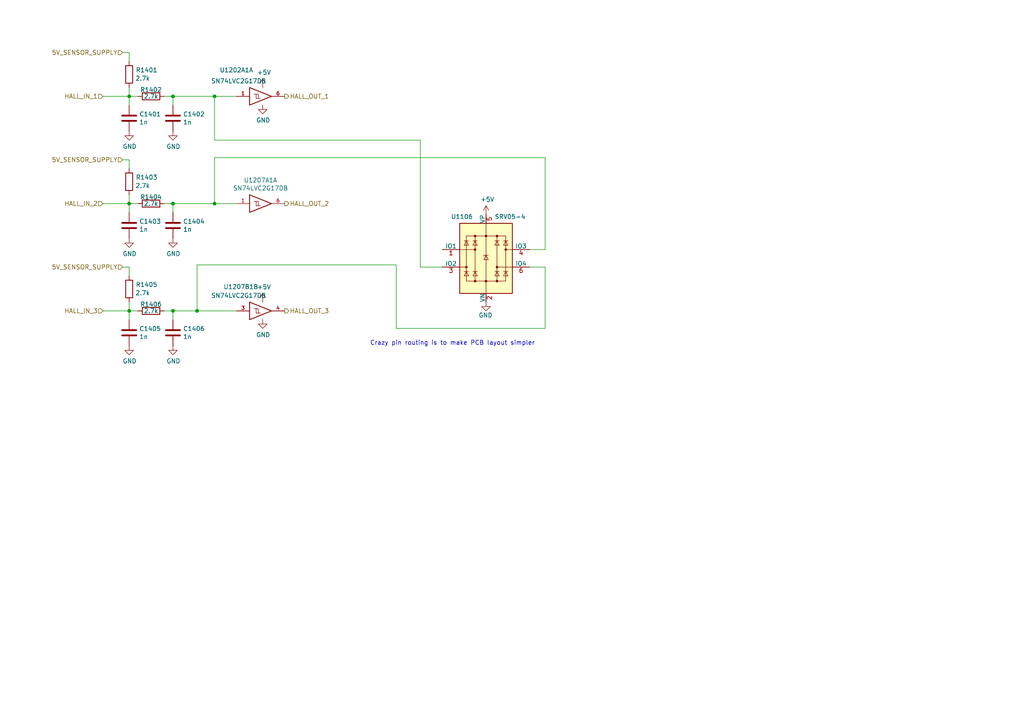
<source format=kicad_sch>
(kicad_sch (version 20250114) (generator "eeschema") (generator_version "9.0")
  (paper "A4")
  (title_block (title "rusEfi Proteus") (date "2022-04-09") (rev "v0.7") (company "rusEFI") (comment 1 "github.com/mck1117/proteus") (comment 2 "rusefi.com/s/proteus"))
  (lib_symbols
    (symbol "Device:C" (pin_numbers (hide yes)) (pin_names (offset 0.254))
      (property "Reference" "C" (at 0.635 2.54 0))
      (property "Value" "C" (at 0.635 -2.54 0))
      (symbol "C_0_1"
        (polyline (pts (xy -2.032 0.762) (xy 2.032 0.762)) (stroke (width 0.508)))
        (polyline (pts (xy -2.032 -0.762) (xy 2.032 -0.762)) (stroke (width 0.508)))
      )
      (symbol "C_1_1"
        (pin passive line (at 0 3.81 270) (length 2.794) (name "~") (number "1"))
        (pin passive line (at 0 -3.81 90) (length 2.794) (name "~") (number "2"))
      )
    )
    (symbol "Device:R" (pin_numbers (hide yes)) (pin_names (offset 0))
      (property "Reference" "R" (at 2.032 0 90))
      (property "Value" "R" (at 0 0 90))
      (symbol "R_0_1"
        (rectangle (start -1.016 -2.54) (end 1.016 2.54) (stroke (width 0.254)))
      )
      (symbol "R_1_1"
        (pin passive line (at 0 3.81 270) (length 1.27) (name "~") (number "1"))
        (pin passive line (at 0 -3.81 90) (length 1.27) (name "~") (number "2"))
      )
    )
    (symbol "Power_Protection:SRV05-4" (pin_names (offset 0))
      (property "Reference" "U" (at -5.08 11.43 0))
      (property "Value" "SRV05-4" (at 2.54 11.43 0))
      (symbol "SRV05-4_0_0"
        (rectangle (start -5.715 6.477) (end 5.715 -6.604))
        (polyline (pts (xy -3.175 -6.604) (xy -3.175 6.477)))
        (polyline (pts (xy 3.175 6.477) (xy 3.175 -6.604)))
      )
      (symbol "SRV05-4_0_1"
        (polyline (pts (xy -7.747 2.54) (xy -3.175 2.54)))
        (rectangle (start -7.62 10.16) (end 7.62 -10.16) (stroke (width 0.254)) (fill (type background)))
        (polyline (pts (xy -7.62 -2.54) (xy -5.715 -2.54)))
        (circle (center -5.715 -2.54) (radius 0.2794) (fill (type outline)))
        (polyline (pts (xy -5.08 5.08) (xy -6.35 5.08)))
        (polyline (pts (xy -5.08 3.81) (xy -6.35 3.81) (xy -5.715 5.08) (xy -5.08 3.81)))
        (polyline (pts (xy -5.08 -3.81) (xy -6.35 -3.81)))
        (polyline (pts (xy -5.08 -5.08) (xy -6.35 -5.08) (xy -5.715 -3.81) (xy -5.08 -5.08)))
        (circle (center -3.175 6.477) (radius 0.2794) (fill (type outline)))
        (circle (center -3.175 2.54) (radius 0.2794) (fill (type outline)))
        (circle (center -3.175 -6.604) (radius 0.2794) (fill (type outline)))
        (polyline (pts (xy -2.54 5.08) (xy -3.81 5.08)))
        (polyline (pts (xy -2.54 3.81) (xy -3.81 3.81) (xy -3.175 5.08) (xy -2.54 3.81)))
        (polyline (pts (xy -2.54 -3.81) (xy -3.81 -3.81)))
        (polyline (pts (xy -2.54 -5.08) (xy -3.81 -5.08) (xy -3.175 -3.81) (xy -2.54 -5.08)))
        (polyline (pts (xy 0 10.16) (xy 0 -10.16)))
        (circle (center 0 6.477) (radius 0.2794) (fill (type outline)))
        (circle (center 0 -6.604) (radius 0.2794) (fill (type outline)))
        (polyline (pts (xy 0.635 0.889) (xy -0.635 0.889) (xy -0.635 0.635)))
        (polyline (pts (xy 0.635 -0.381) (xy -0.635 -0.381) (xy 0 0.889) (xy 0.635 -0.381)))
        (circle (center 3.175 6.477) (radius 0.2794) (fill (type outline)))
        (circle (center 3.175 -2.54) (radius 0.2794) (fill (type outline)))
        (circle (center 3.175 -6.604) (radius 0.2794) (fill (type outline)))
        (polyline (pts (xy 3.81 5.08) (xy 2.54 5.08)))
        (polyline (pts (xy 3.81 3.81) (xy 2.54 3.81) (xy 3.175 5.08) (xy 3.81 3.81)))
        (polyline (pts (xy 3.81 -3.81) (xy 2.54 -3.81)))
        (polyline (pts (xy 3.81 -5.08) (xy 2.54 -5.08) (xy 3.175 -3.81) (xy 3.81 -5.08)))
        (circle (center 5.715 2.54) (radius 0.2794) (fill (type outline)))
        (polyline (pts (xy 6.35 5.08) (xy 5.08 5.08)))
        (polyline (pts (xy 6.35 3.81) (xy 5.08 3.81) (xy 5.715 5.08) (xy 6.35 3.81)))
        (polyline (pts (xy 6.35 -3.81) (xy 5.08 -3.81)))
        (polyline (pts (xy 6.35 -5.08) (xy 5.08 -5.08) (xy 5.715 -3.81) (xy 6.35 -5.08)))
        (polyline (pts (xy 7.62 2.54) (xy 5.715 2.54)))
        (polyline (pts (xy 7.62 -2.54) (xy 3.175 -2.54)))
      )
      (symbol "SRV05-4_1_1"
        (pin passive line (at -12.7 2.54 0) (length 5.08) (name "IO1") (number "1"))
        (pin passive line (at -12.7 -2.54 0) (length 5.08) (name "IO2") (number "3"))
        (pin passive line (at 0 12.7 270) (length 2.54) (name "VP") (number "5"))
        (pin passive line (at 0 -12.7 90) (length 2.54) (name "VN") (number "2"))
        (pin passive line (at 12.7 2.54 180) (length 5.08) (name "IO3") (number "4"))
        (pin passive line (at 12.7 -2.54 180) (length 5.08) (name "IO4") (number "6"))
      )
    )
    (symbol "proteus-rescue:+5V-power" (power) (pin_names (offset 0))
      (property "Value" "power_+5V" (at 0 3.556 0))
      (symbol "+5V-power_0_1"
        (polyline (pts (xy -0.762 1.27) (xy 0 2.54)))
        (polyline (pts (xy 0 2.54) (xy 0.762 1.27)))
        (polyline (pts (xy 0 0) (xy 0 2.54)))
      )
      (symbol "+5V-power_1_1"
        (pin power_in line (at 0 0 90) (length 0) (hide yes) (name "+5V") (number "1"))
      )
    )
    (symbol "proteus-rescue:74LVC2G17-74xGxx" (pin_names (offset 1.016))
      (property "Reference" "U" (at -2.54 3.81 0))
      (property "Value" "74xGxx_74LVC2G17" (at 0 -3.81 0))
      (symbol "74LVC2G17-74xGxx_0_1"
        (polyline (pts (xy -3.81 2.54) (xy -3.81 -2.54) (xy 2.54 0) (xy -3.81 2.54)) (stroke (width 0.254)))
        (polyline (pts (xy -2.54 0.635) (xy -1.905 0.635) (xy -1.905 -0.635) (xy -0.635 -0.635)))
        (polyline (pts (xy -1.905 0.635) (xy -1.27 0.635) (xy -1.27 -0.635)))
        (pin power_in line (at 0 2.54 90) (length 0) (hide yes) (name "VCC") (number "5"))
        (pin power_in line (at 0 -2.54 270) (length 0) (hide yes) (name "GND") (number "2"))
      )
      (symbol "74LVC2G17-74xGxx_1_1"
        (pin input line (at -7.62 0 0) (length 3.81) (name "~") (number "1"))
        (pin output line (at 6.35 0 180) (length 3.81) (name "~") (number "6"))
      )
      (symbol "74LVC2G17-74xGxx_2_1"
        (pin input line (at -7.62 0 0) (length 3.81) (name "~") (number "3"))
        (pin output line (at 6.35 0 180) (length 3.81) (name "~") (number "4"))
      )
    )
    (symbol "proteus-rescue:GND-power" (power) (pin_names (offset 0))
      (property "Value" "power_GND" (at 0 -3.81 0))
      (symbol "GND-power_0_1"
        (polyline (pts (xy 0 0) (xy 0 -1.27) (xy 1.27 -1.27) (xy 0 -2.54) (xy -1.27 -1.27) (xy 0 -1.27)))
      )
      (symbol "GND-power_1_1"
        (pin power_in line (at 0 0 270) (length 0) (hide yes) (name "GND") (number "1"))
      )
    )
  )
  (text "Crazy pin routing is to make PCB layout simpler" (at 107.315 100.33 0) (effects (font (size 1.27 1.27)) (justify left bottom)))
  (junction (at 57.15 90.17))
  (junction (at 50.165 27.94))
  (junction (at 62.23 27.94))
  (junction (at 37.465 27.94))
  (junction (at 37.465 59.055))
  (junction (at 37.465 90.17))
  (junction (at 50.165 90.17))
  (junction (at 50.165 59.055))
  (junction (at 62.23 59.055))
  (wire (pts (xy 37.465 92.71) (xy 37.465 90.17)))
  (wire (pts (xy 62.23 59.055) (xy 68.58 59.055)))
  (wire (pts (xy 158.115 95.25) (xy 158.115 77.47)))
  (wire (pts (xy 50.165 27.94) (xy 62.23 27.94)))
  (wire (pts (xy 158.115 45.72) (xy 158.115 72.39)))
  (wire (pts (xy 37.465 77.47) (xy 37.465 80.01)))
  (wire (pts (xy 37.465 59.055) (xy 40.005 59.055)))
  (wire (pts (xy 37.465 15.24) (xy 37.465 17.78)))
  (wire (pts (xy 114.935 76.835) (xy 114.935 95.25)))
  (wire (pts (xy 35.56 77.47) (xy 37.465 77.47)))
  (wire (pts (xy 35.56 15.24) (xy 37.465 15.24)))
  (wire (pts (xy 37.465 27.94) (xy 40.005 27.94)))
  (wire (pts (xy 62.23 40.64) (xy 121.92 40.64)))
  (wire (pts (xy 50.165 90.17) (xy 50.165 92.71)))
  (wire (pts (xy 57.15 76.835) (xy 114.935 76.835)))
  (wire (pts (xy 37.465 90.17) (xy 40.005 90.17)))
  (wire (pts (xy 29.845 59.055) (xy 37.465 59.055)))
  (wire (pts (xy 37.465 30.48) (xy 37.465 27.94)))
  (wire (pts (xy 37.465 46.355) (xy 37.465 48.895)))
  (wire (pts (xy 35.56 46.355) (xy 37.465 46.355)))
  (wire (pts (xy 50.165 59.055) (xy 47.625 59.055)))
  (wire (pts (xy 50.165 90.17) (xy 57.15 90.17)))
  (wire (pts (xy 62.23 27.94) (xy 68.58 27.94)))
  (wire (pts (xy 158.115 77.47) (xy 153.67 77.47)))
  (wire (pts (xy 37.465 25.4) (xy 37.465 27.94)))
  (wire (pts (xy 57.15 90.17) (xy 68.58 90.17)))
  (wire (pts (xy 50.165 27.94) (xy 50.165 30.48)))
  (wire (pts (xy 29.845 90.17) (xy 37.465 90.17)))
  (wire (pts (xy 114.935 95.25) (xy 158.115 95.25)))
  (wire (pts (xy 50.165 27.94) (xy 47.625 27.94)))
  (wire (pts (xy 62.23 27.94) (xy 62.23 40.64)))
  (wire (pts (xy 29.845 27.94) (xy 37.465 27.94)))
  (wire (pts (xy 50.165 59.055) (xy 50.165 61.595)))
  (wire (pts (xy 50.165 90.17) (xy 47.625 90.17)))
  (wire (pts (xy 57.15 90.17) (xy 57.15 76.835)))
  (wire (pts (xy 121.92 77.47) (xy 128.27 77.47)))
  (wire (pts (xy 62.23 59.055) (xy 62.23 45.72)))
  (wire (pts (xy 37.465 87.63) (xy 37.465 90.17)))
  (wire (pts (xy 50.165 59.055) (xy 62.23 59.055)))
  (wire (pts (xy 62.23 45.72) (xy 158.115 45.72)))
  (wire (pts (xy 37.465 56.515) (xy 37.465 59.055)))
  (wire (pts (xy 37.465 61.595) (xy 37.465 59.055)))
  (wire (pts (xy 121.92 40.64) (xy 121.92 77.47)))
  (wire (pts (xy 158.115 72.39) (xy 153.67 72.39)))
  (hierarchical_label "5V_SENSOR_SUPPLY" (shape input) (at 35.56 46.355 180))
  (hierarchical_label "HALL_IN_3" (shape input) (at 29.845 90.17 180))
  (hierarchical_label "5V_SENSOR_SUPPLY" (shape input) (at 35.56 15.24 180))
  (hierarchical_label "HALL_IN_2" (shape input) (at 29.845 59.055 180))
  (hierarchical_label "HALL_OUT_2" (shape output) (at 82.55 59.055 0))
  (hierarchical_label "HALL_OUT_1" (shape output) (at 82.55 27.94 0))
  (hierarchical_label "HALL_OUT_3" (shape output) (at 82.55 90.17 0))
  (hierarchical_label "HALL_IN_1" (shape input) (at 29.845 27.94 180))
  (hierarchical_label "5V_SENSOR_SUPPLY" (shape input) (at 35.56 77.47 180))
  (symbol (lib_id "Device:R") (at 37.465 21.59 0) (unit 1)
    (property "Reference" "R1401" (at 39.37 20.32 0) (effects (justify left)))
    (property "Value" "2.7k" (at 39.243 22.733 0) (effects (justify left)))
    (property "Footprint" "Resistor_SMD:R_0603_1608Metric" (effects (hide yes)))
    (property "LCSC" "C13167" (effects (hide yes)))
    (property "LCSC_ext" "0" (effects (hide yes)))
  )
  (symbol (lib_id "Device:R") (at 43.815 27.94 270) (unit 1)
    (property "Reference" "R1402" (at 43.815 26.035 90))
    (property "Value" "2.7k" (at 43.815 27.94 90))
    (property "Footprint" "Resistor_SMD:R_0603_1608Metric" (effects (hide yes)))
    (property "LCSC" "C13167" (effects (hide yes)))
    (property "LCSC_ext" "0" (effects (hide yes)))
  )
  (symbol (lib_id "Device:C") (at 50.165 34.29 0) (unit 1)
    (property "Reference" "C1402" (at 53.086 33.1216 0) (effects (justify left)))
    (property "Value" "1n" (at 53.086 35.433 0) (effects (justify left)))
    (property "Footprint" "Capacitor_SMD:C_0603_1608Metric" (effects (hide yes)))
    (property "LCSC" "C1588" (effects (hide yes)))
    (property "LCSC_ext" "0" (effects (hide yes)))
  )
  (symbol (lib_id "proteus-rescue:GND-power") (at 50.165 38.1 0) (unit 1)
    (property "Reference" "#PWR01404" (effects (hide yes)))
    (property "Value" "GND" (at 50.292 42.4942 0))
  )
  (symbol (lib_id "Device:C") (at 37.465 34.29 0) (unit 1)
    (property "Reference" "C1401" (at 40.386 33.1216 0) (effects (justify left)))
    (property "Value" "1n" (at 40.386 35.433 0) (effects (justify left)))
    (property "Footprint" "Capacitor_SMD:C_0603_1608Metric" (effects (hide yes)))
    (property "LCSC" "C1588" (effects (hide yes)))
    (property "LCSC_ext" "0" (effects (hide yes)))
  )
  (symbol (lib_id "proteus-rescue:GND-power") (at 37.465 38.1 0) (unit 1)
    (property "Reference" "#PWR01403" (effects (hide yes)))
    (property "Value" "GND" (at 37.592 42.4942 0))
  )
  (symbol (lib_id "Device:R") (at 37.465 52.705 0) (unit 1)
    (property "Reference" "R1403" (at 39.37 51.435 0) (effects (justify left)))
    (property "Value" "2.7k" (at 39.243 53.848 0) (effects (justify left)))
    (property "Footprint" "Resistor_SMD:R_0603_1608Metric" (effects (hide yes)))
    (property "LCSC" "C13167" (effects (hide yes)))
    (property "LCSC_ext" "0" (effects (hide yes)))
  )
  (symbol (lib_id "Device:R") (at 43.815 59.055 270) (unit 1)
    (property "Reference" "R1404" (at 43.815 57.15 90))
    (property "Value" "2.7k" (at 43.815 59.055 90))
    (property "Footprint" "Resistor_SMD:R_0603_1608Metric" (effects (hide yes)))
    (property "LCSC" "C13167" (effects (hide yes)))
    (property "LCSC_ext" "0" (effects (hide yes)))
  )
  (symbol (lib_id "Device:C") (at 50.165 65.405 0) (unit 1)
    (property "Reference" "C1404" (at 53.086 64.2366 0) (effects (justify left)))
    (property "Value" "1n" (at 53.086 66.548 0) (effects (justify left)))
    (property "Footprint" "Capacitor_SMD:C_0603_1608Metric" (effects (hide yes)))
    (property "LCSC" "C1588" (effects (hide yes)))
    (property "LCSC_ext" "0" (effects (hide yes)))
  )
  (symbol (lib_id "proteus-rescue:GND-power") (at 50.165 69.215 0) (unit 1)
    (property "Reference" "#PWR01408" (effects (hide yes)))
    (property "Value" "GND" (at 50.292 73.6092 0))
  )
  (symbol (lib_id "Device:C") (at 37.465 65.405 0) (unit 1)
    (property "Reference" "C1403" (at 40.386 64.2366 0) (effects (justify left)))
    (property "Value" "1n" (at 40.386 66.548 0) (effects (justify left)))
    (property "Footprint" "Capacitor_SMD:C_0603_1608Metric" (effects (hide yes)))
    (property "LCSC" "C1588" (effects (hide yes)))
    (property "LCSC_ext" "0" (effects (hide yes)))
  )
  (symbol (lib_id "proteus-rescue:GND-power") (at 37.465 69.215 0) (unit 1)
    (property "Reference" "#PWR01407" (effects (hide yes)))
    (property "Value" "GND" (at 37.592 73.6092 0))
  )
  (symbol (lib_id "Device:R") (at 37.465 83.82 0) (unit 1)
    (property "Reference" "R1405" (at 39.37 82.55 0) (effects (justify left)))
    (property "Value" "2.7k" (at 39.243 84.963 0) (effects (justify left)))
    (property "Footprint" "Resistor_SMD:R_0603_1608Metric" (effects (hide yes)))
    (property "LCSC" "C13167" (effects (hide yes)))
    (property "LCSC_ext" "0" (effects (hide yes)))
  )
  (symbol (lib_id "Device:R") (at 43.815 90.17 270) (unit 1)
    (property "Reference" "R1406" (at 43.815 88.265 90))
    (property "Value" "2.7k" (at 43.815 90.17 90))
    (property "Footprint" "Resistor_SMD:R_0603_1608Metric" (effects (hide yes)))
    (property "LCSC" "C13167" (effects (hide yes)))
    (property "LCSC_ext" "0" (effects (hide yes)))
  )
  (symbol (lib_id "Device:C") (at 50.165 96.52 0) (unit 1)
    (property "Reference" "C1406" (at 53.086 95.3516 0) (effects (justify left)))
    (property "Value" "1n" (at 53.086 97.663 0) (effects (justify left)))
    (property "Footprint" "Capacitor_SMD:C_0603_1608Metric" (effects (hide yes)))
    (property "LCSC" "C1588" (effects (hide yes)))
    (property "LCSC_ext" "0" (effects (hide yes)))
  )
  (symbol (lib_id "proteus-rescue:GND-power") (at 50.165 100.33 0) (unit 1)
    (property "Reference" "#PWR01412" (effects (hide yes)))
    (property "Value" "GND" (at 50.292 104.7242 0))
  )
  (symbol (lib_id "Device:C") (at 37.465 96.52 0) (unit 1)
    (property "Reference" "C1405" (at 40.386 95.3516 0) (effects (justify left)))
    (property "Value" "1n" (at 40.386 97.663 0) (effects (justify left)))
    (property "Footprint" "Capacitor_SMD:C_0603_1608Metric" (effects (hide yes)))
    (property "LCSC" "C1588" (effects (hide yes)))
    (property "LCSC_ext" "0" (effects (hide yes)))
  )
  (symbol (lib_id "proteus-rescue:GND-power") (at 37.465 100.33 0) (unit 1)
    (property "Reference" "#PWR01411" (effects (hide yes)))
    (property "Value" "GND" (at 37.592 104.7242 0))
  )
  (symbol (lib_id "proteus-rescue:74LVC2G17-74xGxx") (at 76.2 90.17 0) (unit 2)
    (property "Reference" "U1207B1" (at 69.85 83.185 0))
    (property "Value" "SN74LVC2G17DB" (at 69.215 85.725 0))
    (property "Footprint" "Package_TO_SOT_SMD:SOT-23-6" (effects (hide yes)))
    (property "Datasheet" "http://www.ti.com/lit/sg/scyt129e/scyt129e.pdf" (effects (hide yes)))
    (property "LCSC" "C10429" (effects (hide yes)))
    (property "LCSC_ext" "1" (effects (hide yes)))
    (property "PN" "74HC2G17GW" (effects (hide yes)))
  )
  (symbol (lib_id "proteus-rescue:74LVC2G17-74xGxx") (at 76.2 59.055 0) (unit 1)
    (property "Reference" "U1207A1" (at 75.565 52.2732 0))
    (property "Value" "SN74LVC2G17DB" (at 75.565 54.5846 0))
    (property "Footprint" "Package_TO_SOT_SMD:SOT-23-6" (effects (hide yes)))
    (property "Datasheet" "http://www.ti.com/lit/sg/scyt129e/scyt129e.pdf" (effects (hide yes)))
    (property "LCSC" "C10429" (effects (hide yes)))
    (property "LCSC_ext" "1" (effects (hide yes)))
    (property "PN" "74HC2G17GW" (effects (hide yes)))
  )
  (symbol (lib_id "proteus-rescue:GND-power") (at 76.2 92.71 0) (unit 1)
    (property "Reference" "#PWR0281" (effects (hide yes)))
    (property "Value" "GND" (at 76.327 97.1042 0))
  )
  (symbol (lib_id "proteus-rescue:74LVC2G17-74xGxx") (at 76.2 27.94 0) (unit 1)
    (property "Reference" "U1202A1" (at 68.58 20.32 0))
    (property "Value" "SN74LVC2G17DB" (at 69.215 23.495 0))
    (property "Footprint" "Package_TO_SOT_SMD:SOT-23-6" (effects (hide yes)))
    (property "Datasheet" "http://www.ti.com/lit/sg/scyt129e/scyt129e.pdf" (effects (hide yes)))
    (property "LCSC" "C10429" (effects (hide yes)))
    (property "LCSC_ext" "1" (effects (hide yes)))
    (property "PN" "74HC2G17GW" (effects (hide yes)))
  )
  (symbol (lib_id "proteus-rescue:GND-power") (at 76.2 30.48 0) (unit 1)
    (property "Reference" "#PWR0122" (effects (hide yes)))
    (property "Value" "GND" (at 76.327 34.8742 0))
  )
  (symbol (lib_id "proteus-rescue:+5V-power") (at 76.2 87.63 0) (unit 1)
    (property "Reference" "#PWR0116" (effects (hide yes)))
    (property "Value" "+5V" (at 76.581 83.2358 0))
  )
  (symbol (lib_id "proteus-rescue:+5V-power") (at 76.2 25.4 0) (unit 1)
    (property "Reference" "#PWR0118" (effects (hide yes)))
    (property "Value" "+5V" (at 76.581 21.0058 0))
  )
  (symbol (lib_id "Power_Protection:SRV05-4") (at 140.97 74.93 0) (unit 1)
    (property "Reference" "U1106" (at 133.985 62.865 0))
    (property "Value" "SRV05-4" (at 147.955 62.865 0))
    (property "Footprint" "Package_TO_SOT_SMD:SOT-23-6" (effects (hide yes)))
    (property "Datasheet" "http://www.onsemi.com/pub/Collateral/SRV05-4-D.PDF" (effects (hide yes)))
  )
  (symbol (lib_id "proteus-rescue:+5V-power") (at 140.97 62.23 0) (unit 1)
    (property "Reference" "#PWR0144" (effects (hide yes)))
    (property "Value" "+5V" (at 141.351 57.8358 0))
  )
  (symbol (lib_id "proteus-rescue:GND-power") (at 140.97 87.63 0) (unit 1)
    (property "Reference" "#PWR0145" (effects (hide yes)))
    (property "Value" "GND" (at 142.875 91.44 0) (effects (justify right)))
  )
)
</source>
